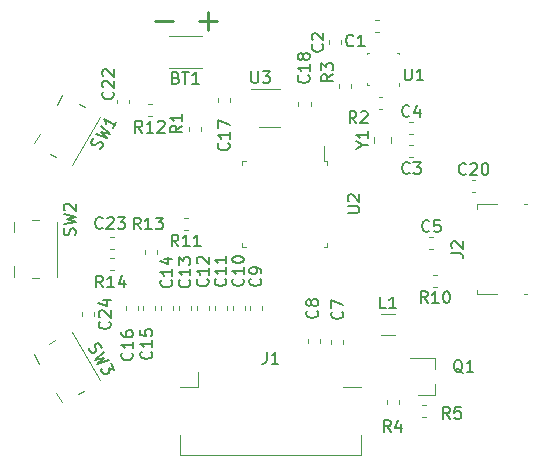
<source format=gbr>
G04 #@! TF.GenerationSoftware,KiCad,Pcbnew,5.1.4-1.fc30*
G04 #@! TF.CreationDate,2020-04-06T19:00:12+02:00*
G04 #@! TF.ProjectId,venom,76656e6f-6d2e-46b6-9963-61645f706362,rev?*
G04 #@! TF.SameCoordinates,Original*
G04 #@! TF.FileFunction,Legend,Top*
G04 #@! TF.FilePolarity,Positive*
%FSLAX46Y46*%
G04 Gerber Fmt 4.6, Leading zero omitted, Abs format (unit mm)*
G04 Created by KiCad (PCBNEW 5.1.4-1.fc30) date 2020-04-06 19:00:12*
%MOMM*%
%LPD*%
G04 APERTURE LIST*
%ADD10C,0.220000*%
%ADD11C,0.120000*%
%ADD12C,0.100000*%
%ADD13C,0.150000*%
G04 APERTURE END LIST*
D10*
X149728095Y-99482857D02*
X151251904Y-99482857D01*
X153418095Y-99452857D02*
X154941904Y-99452857D01*
X154180000Y-100214761D02*
X154180000Y-98690952D01*
D11*
X153350000Y-130410000D02*
X151860000Y-130410000D01*
X165670000Y-130410000D02*
X167160000Y-130410000D01*
X151860000Y-134470000D02*
X151860000Y-136210000D01*
X151860000Y-136210000D02*
X167160000Y-136210000D01*
X167160000Y-136210000D02*
X167160000Y-134470000D01*
X153350000Y-130410000D02*
X153350000Y-129210000D01*
X139482853Y-127649840D02*
X139945353Y-128450914D01*
X142687147Y-125799840D02*
X145037147Y-129870160D01*
X143723157Y-130744262D02*
X143246843Y-131019262D01*
X141273157Y-126500738D02*
X140796843Y-126775738D01*
X141370353Y-130919086D02*
X141832853Y-131720160D01*
X153692064Y-103400000D02*
X150887936Y-103400000D01*
X153692064Y-100680000D02*
X150887936Y-100680000D01*
X168712779Y-99340000D02*
X168387221Y-99340000D01*
X168712779Y-100360000D02*
X168387221Y-100360000D01*
X164450000Y-101412779D02*
X164450000Y-101087221D01*
X165470000Y-101412779D02*
X165470000Y-101087221D01*
X171257221Y-109930000D02*
X171582779Y-109930000D01*
X171257221Y-110950000D02*
X171582779Y-110950000D01*
X171277221Y-109060000D02*
X171602779Y-109060000D01*
X171277221Y-108040000D02*
X171602779Y-108040000D01*
X172967221Y-118790000D02*
X173292779Y-118790000D01*
X172967221Y-117770000D02*
X173292779Y-117770000D01*
X164630000Y-126762779D02*
X164630000Y-126437221D01*
X165650000Y-126762779D02*
X165650000Y-126437221D01*
X162720000Y-126742779D02*
X162720000Y-126417221D01*
X163740000Y-126742779D02*
X163740000Y-126417221D01*
X158830000Y-123942779D02*
X158830000Y-123617221D01*
X157810000Y-123942779D02*
X157810000Y-123617221D01*
X157320000Y-123942779D02*
X157320000Y-123617221D01*
X156300000Y-123942779D02*
X156300000Y-123617221D01*
X154790000Y-123942779D02*
X154790000Y-123617221D01*
X155810000Y-123942779D02*
X155810000Y-123617221D01*
X153280000Y-123932779D02*
X153280000Y-123607221D01*
X154300000Y-123932779D02*
X154300000Y-123607221D01*
X152790000Y-123932779D02*
X152790000Y-123607221D01*
X151770000Y-123932779D02*
X151770000Y-123607221D01*
X150260000Y-123932779D02*
X150260000Y-123607221D01*
X151280000Y-123932779D02*
X151280000Y-123607221D01*
X149770000Y-123932779D02*
X149770000Y-123607221D01*
X148750000Y-123932779D02*
X148750000Y-123607221D01*
X148260000Y-123932779D02*
X148260000Y-123607221D01*
X147240000Y-123932779D02*
X147240000Y-123607221D01*
X155060000Y-105967221D02*
X155060000Y-106292779D01*
X156080000Y-105967221D02*
X156080000Y-106292779D01*
X161880000Y-106612779D02*
X161880000Y-106287221D01*
X162900000Y-106612779D02*
X162900000Y-106287221D01*
X173460000Y-131120000D02*
X173460000Y-130190000D01*
X173460000Y-127960000D02*
X173460000Y-128890000D01*
X173460000Y-127960000D02*
X171300000Y-127960000D01*
X173460000Y-131120000D02*
X172000000Y-131120000D01*
X153590000Y-108439721D02*
X153590000Y-108765279D01*
X152570000Y-108439721D02*
X152570000Y-108765279D01*
X168992779Y-105860000D02*
X168667221Y-105860000D01*
X168992779Y-106880000D02*
X168667221Y-106880000D01*
X165280000Y-105102779D02*
X165280000Y-104777221D01*
X166300000Y-105102779D02*
X166300000Y-104777221D01*
X170360000Y-131537221D02*
X170360000Y-131862779D01*
X169340000Y-131537221D02*
X169340000Y-131862779D01*
X172317221Y-133010000D02*
X172642779Y-133010000D01*
X172317221Y-131990000D02*
X172642779Y-131990000D01*
X141872853Y-105739840D02*
X141410353Y-106540914D01*
X145077147Y-107589840D02*
X142727147Y-111660160D01*
X141313157Y-110959262D02*
X140836843Y-110684262D01*
X143763157Y-106715738D02*
X143286843Y-106440738D01*
X139985353Y-109009086D02*
X139522853Y-109810160D01*
X137760000Y-120205000D02*
X137760000Y-121130000D01*
X139885000Y-116330000D02*
X139335000Y-116330000D01*
X139885000Y-121230000D02*
X139335000Y-121230000D01*
X141460000Y-116430000D02*
X141460000Y-121130000D01*
X137760000Y-116430000D02*
X137760000Y-117355000D01*
D12*
X170370000Y-102120000D02*
X170220000Y-102120000D01*
X170370000Y-102130000D02*
X170370000Y-102280000D01*
X167670000Y-102130000D02*
X167670000Y-102280000D01*
X167670000Y-102130000D02*
X167820000Y-102130000D01*
X167820000Y-104830000D02*
X167670000Y-104830000D01*
X167670000Y-104830000D02*
X167670000Y-104680000D01*
X170370000Y-104680000D02*
X170370000Y-104930000D01*
D11*
X158510000Y-108390000D02*
X160310000Y-108390000D01*
X160310000Y-105170000D02*
X157860000Y-105170000D01*
X168270000Y-109758578D02*
X168270000Y-109241422D01*
X169690000Y-109758578D02*
X169690000Y-109241422D01*
X176960000Y-114970000D02*
X176960000Y-115350000D01*
X181010000Y-114970000D02*
X181270000Y-114970000D01*
X176960000Y-114970000D02*
X178730000Y-114970000D01*
X176960000Y-122590000D02*
X176960000Y-122210000D01*
X178730000Y-122590000D02*
X176960000Y-122590000D01*
X181270000Y-122590000D02*
X181010000Y-122590000D01*
X173612779Y-120940000D02*
X173287221Y-120940000D01*
X173612779Y-121960000D02*
X173287221Y-121960000D01*
X152512779Y-117160000D02*
X152187221Y-117160000D01*
X152512779Y-116140000D02*
X152187221Y-116140000D01*
X157100000Y-118250000D02*
X157100000Y-118550000D01*
X157100000Y-118550000D02*
X157400000Y-118550000D01*
X157100000Y-111630000D02*
X157100000Y-111330000D01*
X157100000Y-111330000D02*
X157400000Y-111330000D01*
X164320000Y-118250000D02*
X164320000Y-118550000D01*
X164320000Y-118550000D02*
X164020000Y-118550000D01*
X164320000Y-111630000D02*
X164320000Y-111330000D01*
X164320000Y-111330000D02*
X164020000Y-111330000D01*
X164020000Y-111330000D02*
X164020000Y-110015000D01*
X176537221Y-113960000D02*
X176862779Y-113960000D01*
X176537221Y-112940000D02*
X176862779Y-112940000D01*
X146500000Y-106432779D02*
X146500000Y-106107221D01*
X147520000Y-106432779D02*
X147520000Y-106107221D01*
X146252779Y-117710000D02*
X145927221Y-117710000D01*
X146252779Y-118730000D02*
X145927221Y-118730000D01*
X144600000Y-124107221D02*
X144600000Y-124432779D01*
X143580000Y-124107221D02*
X143580000Y-124432779D01*
X149442779Y-107530000D02*
X149117221Y-107530000D01*
X149442779Y-106510000D02*
X149117221Y-106510000D01*
X149930000Y-119162779D02*
X149930000Y-118837221D01*
X148910000Y-119162779D02*
X148910000Y-118837221D01*
X146252779Y-120540000D02*
X145927221Y-120540000D01*
X146252779Y-119520000D02*
X145927221Y-119520000D01*
X168847936Y-124240000D02*
X170052064Y-124240000D01*
X168847936Y-126060000D02*
X170052064Y-126060000D01*
D13*
X159176666Y-127462380D02*
X159176666Y-128176666D01*
X159129047Y-128319523D01*
X159033809Y-128414761D01*
X158890952Y-128462380D01*
X158795714Y-128462380D01*
X160176666Y-128462380D02*
X159605238Y-128462380D01*
X159890952Y-128462380D02*
X159890952Y-127462380D01*
X159795714Y-127605238D01*
X159700476Y-127700476D01*
X159605238Y-127748095D01*
X144142799Y-127127680D02*
X144172988Y-127275207D01*
X144292036Y-127481404D01*
X144380894Y-127540073D01*
X144445943Y-127557503D01*
X144552231Y-127551123D01*
X144634710Y-127503504D01*
X144693379Y-127414646D01*
X144710808Y-127349597D01*
X144704429Y-127243309D01*
X144650430Y-127054542D01*
X144644050Y-126948254D01*
X144661480Y-126883205D01*
X144720149Y-126794347D01*
X144802628Y-126746728D01*
X144908916Y-126740348D01*
X144973965Y-126757778D01*
X145062823Y-126816447D01*
X145181871Y-127022643D01*
X145212060Y-127170171D01*
X145419966Y-127435036D02*
X144672988Y-128141233D01*
X145386816Y-127949047D01*
X144863464Y-128471147D01*
X145848537Y-128177344D01*
X145991394Y-128424780D02*
X146300918Y-128960891D01*
X145804337Y-128862692D01*
X145875766Y-128986409D01*
X145882145Y-129092698D01*
X145864716Y-129157746D01*
X145806047Y-129246605D01*
X145599850Y-129365652D01*
X145493562Y-129372032D01*
X145428513Y-129354602D01*
X145339655Y-129295933D01*
X145196798Y-129048497D01*
X145190418Y-128942209D01*
X145207848Y-128877161D01*
X151504285Y-104248571D02*
X151647142Y-104296190D01*
X151694761Y-104343809D01*
X151742380Y-104439047D01*
X151742380Y-104581904D01*
X151694761Y-104677142D01*
X151647142Y-104724761D01*
X151551904Y-104772380D01*
X151170952Y-104772380D01*
X151170952Y-103772380D01*
X151504285Y-103772380D01*
X151599523Y-103820000D01*
X151647142Y-103867619D01*
X151694761Y-103962857D01*
X151694761Y-104058095D01*
X151647142Y-104153333D01*
X151599523Y-104200952D01*
X151504285Y-104248571D01*
X151170952Y-104248571D01*
X152028095Y-103772380D02*
X152599523Y-103772380D01*
X152313809Y-104772380D02*
X152313809Y-103772380D01*
X153456666Y-104772380D02*
X152885238Y-104772380D01*
X153170952Y-104772380D02*
X153170952Y-103772380D01*
X153075714Y-103915238D01*
X152980476Y-104010476D01*
X152885238Y-104058095D01*
X166533333Y-101507142D02*
X166485714Y-101554761D01*
X166342857Y-101602380D01*
X166247619Y-101602380D01*
X166104761Y-101554761D01*
X166009523Y-101459523D01*
X165961904Y-101364285D01*
X165914285Y-101173809D01*
X165914285Y-101030952D01*
X165961904Y-100840476D01*
X166009523Y-100745238D01*
X166104761Y-100650000D01*
X166247619Y-100602380D01*
X166342857Y-100602380D01*
X166485714Y-100650000D01*
X166533333Y-100697619D01*
X167485714Y-101602380D02*
X166914285Y-101602380D01*
X167200000Y-101602380D02*
X167200000Y-100602380D01*
X167104761Y-100745238D01*
X167009523Y-100840476D01*
X166914285Y-100888095D01*
X163887142Y-101416666D02*
X163934761Y-101464285D01*
X163982380Y-101607142D01*
X163982380Y-101702380D01*
X163934761Y-101845238D01*
X163839523Y-101940476D01*
X163744285Y-101988095D01*
X163553809Y-102035714D01*
X163410952Y-102035714D01*
X163220476Y-101988095D01*
X163125238Y-101940476D01*
X163030000Y-101845238D01*
X162982380Y-101702380D01*
X162982380Y-101607142D01*
X163030000Y-101464285D01*
X163077619Y-101416666D01*
X163077619Y-101035714D02*
X163030000Y-100988095D01*
X162982380Y-100892857D01*
X162982380Y-100654761D01*
X163030000Y-100559523D01*
X163077619Y-100511904D01*
X163172857Y-100464285D01*
X163268095Y-100464285D01*
X163410952Y-100511904D01*
X163982380Y-101083333D01*
X163982380Y-100464285D01*
X171283333Y-112307142D02*
X171235714Y-112354761D01*
X171092857Y-112402380D01*
X170997619Y-112402380D01*
X170854761Y-112354761D01*
X170759523Y-112259523D01*
X170711904Y-112164285D01*
X170664285Y-111973809D01*
X170664285Y-111830952D01*
X170711904Y-111640476D01*
X170759523Y-111545238D01*
X170854761Y-111450000D01*
X170997619Y-111402380D01*
X171092857Y-111402380D01*
X171235714Y-111450000D01*
X171283333Y-111497619D01*
X171616666Y-111402380D02*
X172235714Y-111402380D01*
X171902380Y-111783333D01*
X172045238Y-111783333D01*
X172140476Y-111830952D01*
X172188095Y-111878571D01*
X172235714Y-111973809D01*
X172235714Y-112211904D01*
X172188095Y-112307142D01*
X172140476Y-112354761D01*
X172045238Y-112402380D01*
X171759523Y-112402380D01*
X171664285Y-112354761D01*
X171616666Y-112307142D01*
X171273333Y-107477142D02*
X171225714Y-107524761D01*
X171082857Y-107572380D01*
X170987619Y-107572380D01*
X170844761Y-107524761D01*
X170749523Y-107429523D01*
X170701904Y-107334285D01*
X170654285Y-107143809D01*
X170654285Y-107000952D01*
X170701904Y-106810476D01*
X170749523Y-106715238D01*
X170844761Y-106620000D01*
X170987619Y-106572380D01*
X171082857Y-106572380D01*
X171225714Y-106620000D01*
X171273333Y-106667619D01*
X172130476Y-106905714D02*
X172130476Y-107572380D01*
X171892380Y-106524761D02*
X171654285Y-107239047D01*
X172273333Y-107239047D01*
X172963333Y-117207142D02*
X172915714Y-117254761D01*
X172772857Y-117302380D01*
X172677619Y-117302380D01*
X172534761Y-117254761D01*
X172439523Y-117159523D01*
X172391904Y-117064285D01*
X172344285Y-116873809D01*
X172344285Y-116730952D01*
X172391904Y-116540476D01*
X172439523Y-116445238D01*
X172534761Y-116350000D01*
X172677619Y-116302380D01*
X172772857Y-116302380D01*
X172915714Y-116350000D01*
X172963333Y-116397619D01*
X173868095Y-116302380D02*
X173391904Y-116302380D01*
X173344285Y-116778571D01*
X173391904Y-116730952D01*
X173487142Y-116683333D01*
X173725238Y-116683333D01*
X173820476Y-116730952D01*
X173868095Y-116778571D01*
X173915714Y-116873809D01*
X173915714Y-117111904D01*
X173868095Y-117207142D01*
X173820476Y-117254761D01*
X173725238Y-117302380D01*
X173487142Y-117302380D01*
X173391904Y-117254761D01*
X173344285Y-117207142D01*
X165567142Y-124066666D02*
X165614761Y-124114285D01*
X165662380Y-124257142D01*
X165662380Y-124352380D01*
X165614761Y-124495238D01*
X165519523Y-124590476D01*
X165424285Y-124638095D01*
X165233809Y-124685714D01*
X165090952Y-124685714D01*
X164900476Y-124638095D01*
X164805238Y-124590476D01*
X164710000Y-124495238D01*
X164662380Y-124352380D01*
X164662380Y-124257142D01*
X164710000Y-124114285D01*
X164757619Y-124066666D01*
X164662380Y-123733333D02*
X164662380Y-123066666D01*
X165662380Y-123495238D01*
X163447142Y-123966666D02*
X163494761Y-124014285D01*
X163542380Y-124157142D01*
X163542380Y-124252380D01*
X163494761Y-124395238D01*
X163399523Y-124490476D01*
X163304285Y-124538095D01*
X163113809Y-124585714D01*
X162970952Y-124585714D01*
X162780476Y-124538095D01*
X162685238Y-124490476D01*
X162590000Y-124395238D01*
X162542380Y-124252380D01*
X162542380Y-124157142D01*
X162590000Y-124014285D01*
X162637619Y-123966666D01*
X162970952Y-123395238D02*
X162923333Y-123490476D01*
X162875714Y-123538095D01*
X162780476Y-123585714D01*
X162732857Y-123585714D01*
X162637619Y-123538095D01*
X162590000Y-123490476D01*
X162542380Y-123395238D01*
X162542380Y-123204761D01*
X162590000Y-123109523D01*
X162637619Y-123061904D01*
X162732857Y-123014285D01*
X162780476Y-123014285D01*
X162875714Y-123061904D01*
X162923333Y-123109523D01*
X162970952Y-123204761D01*
X162970952Y-123395238D01*
X163018571Y-123490476D01*
X163066190Y-123538095D01*
X163161428Y-123585714D01*
X163351904Y-123585714D01*
X163447142Y-123538095D01*
X163494761Y-123490476D01*
X163542380Y-123395238D01*
X163542380Y-123204761D01*
X163494761Y-123109523D01*
X163447142Y-123061904D01*
X163351904Y-123014285D01*
X163161428Y-123014285D01*
X163066190Y-123061904D01*
X163018571Y-123109523D01*
X162970952Y-123204761D01*
X158637142Y-121256666D02*
X158684761Y-121304285D01*
X158732380Y-121447142D01*
X158732380Y-121542380D01*
X158684761Y-121685238D01*
X158589523Y-121780476D01*
X158494285Y-121828095D01*
X158303809Y-121875714D01*
X158160952Y-121875714D01*
X157970476Y-121828095D01*
X157875238Y-121780476D01*
X157780000Y-121685238D01*
X157732380Y-121542380D01*
X157732380Y-121447142D01*
X157780000Y-121304285D01*
X157827619Y-121256666D01*
X158732380Y-120780476D02*
X158732380Y-120590000D01*
X158684761Y-120494761D01*
X158637142Y-120447142D01*
X158494285Y-120351904D01*
X158303809Y-120304285D01*
X157922857Y-120304285D01*
X157827619Y-120351904D01*
X157780000Y-120399523D01*
X157732380Y-120494761D01*
X157732380Y-120685238D01*
X157780000Y-120780476D01*
X157827619Y-120828095D01*
X157922857Y-120875714D01*
X158160952Y-120875714D01*
X158256190Y-120828095D01*
X158303809Y-120780476D01*
X158351428Y-120685238D01*
X158351428Y-120494761D01*
X158303809Y-120399523D01*
X158256190Y-120351904D01*
X158160952Y-120304285D01*
X157167142Y-121272857D02*
X157214761Y-121320476D01*
X157262380Y-121463333D01*
X157262380Y-121558571D01*
X157214761Y-121701428D01*
X157119523Y-121796666D01*
X157024285Y-121844285D01*
X156833809Y-121891904D01*
X156690952Y-121891904D01*
X156500476Y-121844285D01*
X156405238Y-121796666D01*
X156310000Y-121701428D01*
X156262380Y-121558571D01*
X156262380Y-121463333D01*
X156310000Y-121320476D01*
X156357619Y-121272857D01*
X157262380Y-120320476D02*
X157262380Y-120891904D01*
X157262380Y-120606190D02*
X156262380Y-120606190D01*
X156405238Y-120701428D01*
X156500476Y-120796666D01*
X156548095Y-120891904D01*
X156262380Y-119701428D02*
X156262380Y-119606190D01*
X156310000Y-119510952D01*
X156357619Y-119463333D01*
X156452857Y-119415714D01*
X156643333Y-119368095D01*
X156881428Y-119368095D01*
X157071904Y-119415714D01*
X157167142Y-119463333D01*
X157214761Y-119510952D01*
X157262380Y-119606190D01*
X157262380Y-119701428D01*
X157214761Y-119796666D01*
X157167142Y-119844285D01*
X157071904Y-119891904D01*
X156881428Y-119939523D01*
X156643333Y-119939523D01*
X156452857Y-119891904D01*
X156357619Y-119844285D01*
X156310000Y-119796666D01*
X156262380Y-119701428D01*
X155677142Y-121272857D02*
X155724761Y-121320476D01*
X155772380Y-121463333D01*
X155772380Y-121558571D01*
X155724761Y-121701428D01*
X155629523Y-121796666D01*
X155534285Y-121844285D01*
X155343809Y-121891904D01*
X155200952Y-121891904D01*
X155010476Y-121844285D01*
X154915238Y-121796666D01*
X154820000Y-121701428D01*
X154772380Y-121558571D01*
X154772380Y-121463333D01*
X154820000Y-121320476D01*
X154867619Y-121272857D01*
X155772380Y-120320476D02*
X155772380Y-120891904D01*
X155772380Y-120606190D02*
X154772380Y-120606190D01*
X154915238Y-120701428D01*
X155010476Y-120796666D01*
X155058095Y-120891904D01*
X155772380Y-119368095D02*
X155772380Y-119939523D01*
X155772380Y-119653809D02*
X154772380Y-119653809D01*
X154915238Y-119749047D01*
X155010476Y-119844285D01*
X155058095Y-119939523D01*
X154167142Y-121302857D02*
X154214761Y-121350476D01*
X154262380Y-121493333D01*
X154262380Y-121588571D01*
X154214761Y-121731428D01*
X154119523Y-121826666D01*
X154024285Y-121874285D01*
X153833809Y-121921904D01*
X153690952Y-121921904D01*
X153500476Y-121874285D01*
X153405238Y-121826666D01*
X153310000Y-121731428D01*
X153262380Y-121588571D01*
X153262380Y-121493333D01*
X153310000Y-121350476D01*
X153357619Y-121302857D01*
X154262380Y-120350476D02*
X154262380Y-120921904D01*
X154262380Y-120636190D02*
X153262380Y-120636190D01*
X153405238Y-120731428D01*
X153500476Y-120826666D01*
X153548095Y-120921904D01*
X153357619Y-119969523D02*
X153310000Y-119921904D01*
X153262380Y-119826666D01*
X153262380Y-119588571D01*
X153310000Y-119493333D01*
X153357619Y-119445714D01*
X153452857Y-119398095D01*
X153548095Y-119398095D01*
X153690952Y-119445714D01*
X154262380Y-120017142D01*
X154262380Y-119398095D01*
X152637142Y-121372857D02*
X152684761Y-121420476D01*
X152732380Y-121563333D01*
X152732380Y-121658571D01*
X152684761Y-121801428D01*
X152589523Y-121896666D01*
X152494285Y-121944285D01*
X152303809Y-121991904D01*
X152160952Y-121991904D01*
X151970476Y-121944285D01*
X151875238Y-121896666D01*
X151780000Y-121801428D01*
X151732380Y-121658571D01*
X151732380Y-121563333D01*
X151780000Y-121420476D01*
X151827619Y-121372857D01*
X152732380Y-120420476D02*
X152732380Y-120991904D01*
X152732380Y-120706190D02*
X151732380Y-120706190D01*
X151875238Y-120801428D01*
X151970476Y-120896666D01*
X152018095Y-120991904D01*
X151732380Y-120087142D02*
X151732380Y-119468095D01*
X152113333Y-119801428D01*
X152113333Y-119658571D01*
X152160952Y-119563333D01*
X152208571Y-119515714D01*
X152303809Y-119468095D01*
X152541904Y-119468095D01*
X152637142Y-119515714D01*
X152684761Y-119563333D01*
X152732380Y-119658571D01*
X152732380Y-119944285D01*
X152684761Y-120039523D01*
X152637142Y-120087142D01*
X151097142Y-121382857D02*
X151144761Y-121430476D01*
X151192380Y-121573333D01*
X151192380Y-121668571D01*
X151144761Y-121811428D01*
X151049523Y-121906666D01*
X150954285Y-121954285D01*
X150763809Y-122001904D01*
X150620952Y-122001904D01*
X150430476Y-121954285D01*
X150335238Y-121906666D01*
X150240000Y-121811428D01*
X150192380Y-121668571D01*
X150192380Y-121573333D01*
X150240000Y-121430476D01*
X150287619Y-121382857D01*
X151192380Y-120430476D02*
X151192380Y-121001904D01*
X151192380Y-120716190D02*
X150192380Y-120716190D01*
X150335238Y-120811428D01*
X150430476Y-120906666D01*
X150478095Y-121001904D01*
X150525714Y-119573333D02*
X151192380Y-119573333D01*
X150144761Y-119811428D02*
X150859047Y-120049523D01*
X150859047Y-119430476D01*
X149407142Y-127452857D02*
X149454761Y-127500476D01*
X149502380Y-127643333D01*
X149502380Y-127738571D01*
X149454761Y-127881428D01*
X149359523Y-127976666D01*
X149264285Y-128024285D01*
X149073809Y-128071904D01*
X148930952Y-128071904D01*
X148740476Y-128024285D01*
X148645238Y-127976666D01*
X148550000Y-127881428D01*
X148502380Y-127738571D01*
X148502380Y-127643333D01*
X148550000Y-127500476D01*
X148597619Y-127452857D01*
X149502380Y-126500476D02*
X149502380Y-127071904D01*
X149502380Y-126786190D02*
X148502380Y-126786190D01*
X148645238Y-126881428D01*
X148740476Y-126976666D01*
X148788095Y-127071904D01*
X148502380Y-125595714D02*
X148502380Y-126071904D01*
X148978571Y-126119523D01*
X148930952Y-126071904D01*
X148883333Y-125976666D01*
X148883333Y-125738571D01*
X148930952Y-125643333D01*
X148978571Y-125595714D01*
X149073809Y-125548095D01*
X149311904Y-125548095D01*
X149407142Y-125595714D01*
X149454761Y-125643333D01*
X149502380Y-125738571D01*
X149502380Y-125976666D01*
X149454761Y-126071904D01*
X149407142Y-126119523D01*
X147777142Y-127552857D02*
X147824761Y-127600476D01*
X147872380Y-127743333D01*
X147872380Y-127838571D01*
X147824761Y-127981428D01*
X147729523Y-128076666D01*
X147634285Y-128124285D01*
X147443809Y-128171904D01*
X147300952Y-128171904D01*
X147110476Y-128124285D01*
X147015238Y-128076666D01*
X146920000Y-127981428D01*
X146872380Y-127838571D01*
X146872380Y-127743333D01*
X146920000Y-127600476D01*
X146967619Y-127552857D01*
X147872380Y-126600476D02*
X147872380Y-127171904D01*
X147872380Y-126886190D02*
X146872380Y-126886190D01*
X147015238Y-126981428D01*
X147110476Y-127076666D01*
X147158095Y-127171904D01*
X146872380Y-125743333D02*
X146872380Y-125933809D01*
X146920000Y-126029047D01*
X146967619Y-126076666D01*
X147110476Y-126171904D01*
X147300952Y-126219523D01*
X147681904Y-126219523D01*
X147777142Y-126171904D01*
X147824761Y-126124285D01*
X147872380Y-126029047D01*
X147872380Y-125838571D01*
X147824761Y-125743333D01*
X147777142Y-125695714D01*
X147681904Y-125648095D01*
X147443809Y-125648095D01*
X147348571Y-125695714D01*
X147300952Y-125743333D01*
X147253333Y-125838571D01*
X147253333Y-126029047D01*
X147300952Y-126124285D01*
X147348571Y-126171904D01*
X147443809Y-126219523D01*
X155947142Y-109792857D02*
X155994761Y-109840476D01*
X156042380Y-109983333D01*
X156042380Y-110078571D01*
X155994761Y-110221428D01*
X155899523Y-110316666D01*
X155804285Y-110364285D01*
X155613809Y-110411904D01*
X155470952Y-110411904D01*
X155280476Y-110364285D01*
X155185238Y-110316666D01*
X155090000Y-110221428D01*
X155042380Y-110078571D01*
X155042380Y-109983333D01*
X155090000Y-109840476D01*
X155137619Y-109792857D01*
X156042380Y-108840476D02*
X156042380Y-109411904D01*
X156042380Y-109126190D02*
X155042380Y-109126190D01*
X155185238Y-109221428D01*
X155280476Y-109316666D01*
X155328095Y-109411904D01*
X155042380Y-108507142D02*
X155042380Y-107840476D01*
X156042380Y-108269047D01*
X162727142Y-104062857D02*
X162774761Y-104110476D01*
X162822380Y-104253333D01*
X162822380Y-104348571D01*
X162774761Y-104491428D01*
X162679523Y-104586666D01*
X162584285Y-104634285D01*
X162393809Y-104681904D01*
X162250952Y-104681904D01*
X162060476Y-104634285D01*
X161965238Y-104586666D01*
X161870000Y-104491428D01*
X161822380Y-104348571D01*
X161822380Y-104253333D01*
X161870000Y-104110476D01*
X161917619Y-104062857D01*
X162822380Y-103110476D02*
X162822380Y-103681904D01*
X162822380Y-103396190D02*
X161822380Y-103396190D01*
X161965238Y-103491428D01*
X162060476Y-103586666D01*
X162108095Y-103681904D01*
X162250952Y-102539047D02*
X162203333Y-102634285D01*
X162155714Y-102681904D01*
X162060476Y-102729523D01*
X162012857Y-102729523D01*
X161917619Y-102681904D01*
X161870000Y-102634285D01*
X161822380Y-102539047D01*
X161822380Y-102348571D01*
X161870000Y-102253333D01*
X161917619Y-102205714D01*
X162012857Y-102158095D01*
X162060476Y-102158095D01*
X162155714Y-102205714D01*
X162203333Y-102253333D01*
X162250952Y-102348571D01*
X162250952Y-102539047D01*
X162298571Y-102634285D01*
X162346190Y-102681904D01*
X162441428Y-102729523D01*
X162631904Y-102729523D01*
X162727142Y-102681904D01*
X162774761Y-102634285D01*
X162822380Y-102539047D01*
X162822380Y-102348571D01*
X162774761Y-102253333D01*
X162727142Y-102205714D01*
X162631904Y-102158095D01*
X162441428Y-102158095D01*
X162346190Y-102205714D01*
X162298571Y-102253333D01*
X162250952Y-102348571D01*
X175774761Y-129237619D02*
X175679523Y-129190000D01*
X175584285Y-129094761D01*
X175441428Y-128951904D01*
X175346190Y-128904285D01*
X175250952Y-128904285D01*
X175298571Y-129142380D02*
X175203333Y-129094761D01*
X175108095Y-128999523D01*
X175060476Y-128809047D01*
X175060476Y-128475714D01*
X175108095Y-128285238D01*
X175203333Y-128190000D01*
X175298571Y-128142380D01*
X175489047Y-128142380D01*
X175584285Y-128190000D01*
X175679523Y-128285238D01*
X175727142Y-128475714D01*
X175727142Y-128809047D01*
X175679523Y-128999523D01*
X175584285Y-129094761D01*
X175489047Y-129142380D01*
X175298571Y-129142380D01*
X176679523Y-129142380D02*
X176108095Y-129142380D01*
X176393809Y-129142380D02*
X176393809Y-128142380D01*
X176298571Y-128285238D01*
X176203333Y-128380476D01*
X176108095Y-128428095D01*
X152022380Y-108306666D02*
X151546190Y-108640000D01*
X152022380Y-108878095D02*
X151022380Y-108878095D01*
X151022380Y-108497142D01*
X151070000Y-108401904D01*
X151117619Y-108354285D01*
X151212857Y-108306666D01*
X151355714Y-108306666D01*
X151450952Y-108354285D01*
X151498571Y-108401904D01*
X151546190Y-108497142D01*
X151546190Y-108878095D01*
X152022380Y-107354285D02*
X152022380Y-107925714D01*
X152022380Y-107640000D02*
X151022380Y-107640000D01*
X151165238Y-107735238D01*
X151260476Y-107830476D01*
X151308095Y-107925714D01*
X166783333Y-108102380D02*
X166450000Y-107626190D01*
X166211904Y-108102380D02*
X166211904Y-107102380D01*
X166592857Y-107102380D01*
X166688095Y-107150000D01*
X166735714Y-107197619D01*
X166783333Y-107292857D01*
X166783333Y-107435714D01*
X166735714Y-107530952D01*
X166688095Y-107578571D01*
X166592857Y-107626190D01*
X166211904Y-107626190D01*
X167164285Y-107197619D02*
X167211904Y-107150000D01*
X167307142Y-107102380D01*
X167545238Y-107102380D01*
X167640476Y-107150000D01*
X167688095Y-107197619D01*
X167735714Y-107292857D01*
X167735714Y-107388095D01*
X167688095Y-107530952D01*
X167116666Y-108102380D01*
X167735714Y-108102380D01*
X164812380Y-103966666D02*
X164336190Y-104300000D01*
X164812380Y-104538095D02*
X163812380Y-104538095D01*
X163812380Y-104157142D01*
X163860000Y-104061904D01*
X163907619Y-104014285D01*
X164002857Y-103966666D01*
X164145714Y-103966666D01*
X164240952Y-104014285D01*
X164288571Y-104061904D01*
X164336190Y-104157142D01*
X164336190Y-104538095D01*
X163812380Y-103633333D02*
X163812380Y-103014285D01*
X164193333Y-103347619D01*
X164193333Y-103204761D01*
X164240952Y-103109523D01*
X164288571Y-103061904D01*
X164383809Y-103014285D01*
X164621904Y-103014285D01*
X164717142Y-103061904D01*
X164764761Y-103109523D01*
X164812380Y-103204761D01*
X164812380Y-103490476D01*
X164764761Y-103585714D01*
X164717142Y-103633333D01*
X169683333Y-134252380D02*
X169350000Y-133776190D01*
X169111904Y-134252380D02*
X169111904Y-133252380D01*
X169492857Y-133252380D01*
X169588095Y-133300000D01*
X169635714Y-133347619D01*
X169683333Y-133442857D01*
X169683333Y-133585714D01*
X169635714Y-133680952D01*
X169588095Y-133728571D01*
X169492857Y-133776190D01*
X169111904Y-133776190D01*
X170540476Y-133585714D02*
X170540476Y-134252380D01*
X170302380Y-133204761D02*
X170064285Y-133919047D01*
X170683333Y-133919047D01*
X174703333Y-133122380D02*
X174370000Y-132646190D01*
X174131904Y-133122380D02*
X174131904Y-132122380D01*
X174512857Y-132122380D01*
X174608095Y-132170000D01*
X174655714Y-132217619D01*
X174703333Y-132312857D01*
X174703333Y-132455714D01*
X174655714Y-132550952D01*
X174608095Y-132598571D01*
X174512857Y-132646190D01*
X174131904Y-132646190D01*
X175608095Y-132122380D02*
X175131904Y-132122380D01*
X175084285Y-132598571D01*
X175131904Y-132550952D01*
X175227142Y-132503333D01*
X175465238Y-132503333D01*
X175560476Y-132550952D01*
X175608095Y-132598571D01*
X175655714Y-132693809D01*
X175655714Y-132931904D01*
X175608095Y-133027142D01*
X175560476Y-133074761D01*
X175465238Y-133122380D01*
X175227142Y-133122380D01*
X175131904Y-133074761D01*
X175084285Y-133027142D01*
X145083867Y-110307081D02*
X145196535Y-110207173D01*
X145315582Y-110000976D01*
X145321962Y-109894688D01*
X145304532Y-109829639D01*
X145245863Y-109740781D01*
X145163385Y-109693162D01*
X145057097Y-109686782D01*
X144992048Y-109704212D01*
X144903189Y-109762881D01*
X144766712Y-109904029D01*
X144677854Y-109962698D01*
X144612805Y-109980127D01*
X144506517Y-109973748D01*
X144424038Y-109926129D01*
X144365369Y-109837270D01*
X144347939Y-109772221D01*
X144354319Y-109665933D01*
X144473367Y-109459737D01*
X144586034Y-109359828D01*
X144711462Y-109047344D02*
X145696535Y-109341147D01*
X145173183Y-108819047D01*
X145887011Y-109011233D01*
X145140033Y-108305036D01*
X146458440Y-108021489D02*
X146172725Y-108516361D01*
X146315582Y-108268925D02*
X145449557Y-107768925D01*
X145525656Y-107922832D01*
X145560515Y-108052930D01*
X145554136Y-108159218D01*
X142954761Y-117583333D02*
X143002380Y-117440476D01*
X143002380Y-117202380D01*
X142954761Y-117107142D01*
X142907142Y-117059523D01*
X142811904Y-117011904D01*
X142716666Y-117011904D01*
X142621428Y-117059523D01*
X142573809Y-117107142D01*
X142526190Y-117202380D01*
X142478571Y-117392857D01*
X142430952Y-117488095D01*
X142383333Y-117535714D01*
X142288095Y-117583333D01*
X142192857Y-117583333D01*
X142097619Y-117535714D01*
X142050000Y-117488095D01*
X142002380Y-117392857D01*
X142002380Y-117154761D01*
X142050000Y-117011904D01*
X142002380Y-116678571D02*
X143002380Y-116440476D01*
X142288095Y-116250000D01*
X143002380Y-116059523D01*
X142002380Y-115821428D01*
X142097619Y-115488095D02*
X142050000Y-115440476D01*
X142002380Y-115345238D01*
X142002380Y-115107142D01*
X142050000Y-115011904D01*
X142097619Y-114964285D01*
X142192857Y-114916666D01*
X142288095Y-114916666D01*
X142430952Y-114964285D01*
X143002380Y-115535714D01*
X143002380Y-114916666D01*
X170888095Y-103482380D02*
X170888095Y-104291904D01*
X170935714Y-104387142D01*
X170983333Y-104434761D01*
X171078571Y-104482380D01*
X171269047Y-104482380D01*
X171364285Y-104434761D01*
X171411904Y-104387142D01*
X171459523Y-104291904D01*
X171459523Y-103482380D01*
X172459523Y-104482380D02*
X171888095Y-104482380D01*
X172173809Y-104482380D02*
X172173809Y-103482380D01*
X172078571Y-103625238D01*
X171983333Y-103720476D01*
X171888095Y-103768095D01*
X157888095Y-103702380D02*
X157888095Y-104511904D01*
X157935714Y-104607142D01*
X157983333Y-104654761D01*
X158078571Y-104702380D01*
X158269047Y-104702380D01*
X158364285Y-104654761D01*
X158411904Y-104607142D01*
X158459523Y-104511904D01*
X158459523Y-103702380D01*
X158840476Y-103702380D02*
X159459523Y-103702380D01*
X159126190Y-104083333D01*
X159269047Y-104083333D01*
X159364285Y-104130952D01*
X159411904Y-104178571D01*
X159459523Y-104273809D01*
X159459523Y-104511904D01*
X159411904Y-104607142D01*
X159364285Y-104654761D01*
X159269047Y-104702380D01*
X158983333Y-104702380D01*
X158888095Y-104654761D01*
X158840476Y-104607142D01*
X167306190Y-109976190D02*
X167782380Y-109976190D01*
X166782380Y-110309523D02*
X167306190Y-109976190D01*
X166782380Y-109642857D01*
X167782380Y-108785714D02*
X167782380Y-109357142D01*
X167782380Y-109071428D02*
X166782380Y-109071428D01*
X166925238Y-109166666D01*
X167020476Y-109261904D01*
X167068095Y-109357142D01*
X174822380Y-119113333D02*
X175536666Y-119113333D01*
X175679523Y-119160952D01*
X175774761Y-119256190D01*
X175822380Y-119399047D01*
X175822380Y-119494285D01*
X174917619Y-118684761D02*
X174870000Y-118637142D01*
X174822380Y-118541904D01*
X174822380Y-118303809D01*
X174870000Y-118208571D01*
X174917619Y-118160952D01*
X175012857Y-118113333D01*
X175108095Y-118113333D01*
X175250952Y-118160952D01*
X175822380Y-118732380D01*
X175822380Y-118113333D01*
X172807142Y-123332380D02*
X172473809Y-122856190D01*
X172235714Y-123332380D02*
X172235714Y-122332380D01*
X172616666Y-122332380D01*
X172711904Y-122380000D01*
X172759523Y-122427619D01*
X172807142Y-122522857D01*
X172807142Y-122665714D01*
X172759523Y-122760952D01*
X172711904Y-122808571D01*
X172616666Y-122856190D01*
X172235714Y-122856190D01*
X173759523Y-123332380D02*
X173188095Y-123332380D01*
X173473809Y-123332380D02*
X173473809Y-122332380D01*
X173378571Y-122475238D01*
X173283333Y-122570476D01*
X173188095Y-122618095D01*
X174378571Y-122332380D02*
X174473809Y-122332380D01*
X174569047Y-122380000D01*
X174616666Y-122427619D01*
X174664285Y-122522857D01*
X174711904Y-122713333D01*
X174711904Y-122951428D01*
X174664285Y-123141904D01*
X174616666Y-123237142D01*
X174569047Y-123284761D01*
X174473809Y-123332380D01*
X174378571Y-123332380D01*
X174283333Y-123284761D01*
X174235714Y-123237142D01*
X174188095Y-123141904D01*
X174140476Y-122951428D01*
X174140476Y-122713333D01*
X174188095Y-122522857D01*
X174235714Y-122427619D01*
X174283333Y-122380000D01*
X174378571Y-122332380D01*
X151707142Y-118532380D02*
X151373809Y-118056190D01*
X151135714Y-118532380D02*
X151135714Y-117532380D01*
X151516666Y-117532380D01*
X151611904Y-117580000D01*
X151659523Y-117627619D01*
X151707142Y-117722857D01*
X151707142Y-117865714D01*
X151659523Y-117960952D01*
X151611904Y-118008571D01*
X151516666Y-118056190D01*
X151135714Y-118056190D01*
X152659523Y-118532380D02*
X152088095Y-118532380D01*
X152373809Y-118532380D02*
X152373809Y-117532380D01*
X152278571Y-117675238D01*
X152183333Y-117770476D01*
X152088095Y-117818095D01*
X153611904Y-118532380D02*
X153040476Y-118532380D01*
X153326190Y-118532380D02*
X153326190Y-117532380D01*
X153230952Y-117675238D01*
X153135714Y-117770476D01*
X153040476Y-117818095D01*
X166042380Y-115701904D02*
X166851904Y-115701904D01*
X166947142Y-115654285D01*
X166994761Y-115606666D01*
X167042380Y-115511428D01*
X167042380Y-115320952D01*
X166994761Y-115225714D01*
X166947142Y-115178095D01*
X166851904Y-115130476D01*
X166042380Y-115130476D01*
X166137619Y-114701904D02*
X166090000Y-114654285D01*
X166042380Y-114559047D01*
X166042380Y-114320952D01*
X166090000Y-114225714D01*
X166137619Y-114178095D01*
X166232857Y-114130476D01*
X166328095Y-114130476D01*
X166470952Y-114178095D01*
X167042380Y-114749523D01*
X167042380Y-114130476D01*
X176057142Y-112377142D02*
X176009523Y-112424761D01*
X175866666Y-112472380D01*
X175771428Y-112472380D01*
X175628571Y-112424761D01*
X175533333Y-112329523D01*
X175485714Y-112234285D01*
X175438095Y-112043809D01*
X175438095Y-111900952D01*
X175485714Y-111710476D01*
X175533333Y-111615238D01*
X175628571Y-111520000D01*
X175771428Y-111472380D01*
X175866666Y-111472380D01*
X176009523Y-111520000D01*
X176057142Y-111567619D01*
X176438095Y-111567619D02*
X176485714Y-111520000D01*
X176580952Y-111472380D01*
X176819047Y-111472380D01*
X176914285Y-111520000D01*
X176961904Y-111567619D01*
X177009523Y-111662857D01*
X177009523Y-111758095D01*
X176961904Y-111900952D01*
X176390476Y-112472380D01*
X177009523Y-112472380D01*
X177628571Y-111472380D02*
X177723809Y-111472380D01*
X177819047Y-111520000D01*
X177866666Y-111567619D01*
X177914285Y-111662857D01*
X177961904Y-111853333D01*
X177961904Y-112091428D01*
X177914285Y-112281904D01*
X177866666Y-112377142D01*
X177819047Y-112424761D01*
X177723809Y-112472380D01*
X177628571Y-112472380D01*
X177533333Y-112424761D01*
X177485714Y-112377142D01*
X177438095Y-112281904D01*
X177390476Y-112091428D01*
X177390476Y-111853333D01*
X177438095Y-111662857D01*
X177485714Y-111567619D01*
X177533333Y-111520000D01*
X177628571Y-111472380D01*
X146167142Y-105452857D02*
X146214761Y-105500476D01*
X146262380Y-105643333D01*
X146262380Y-105738571D01*
X146214761Y-105881428D01*
X146119523Y-105976666D01*
X146024285Y-106024285D01*
X145833809Y-106071904D01*
X145690952Y-106071904D01*
X145500476Y-106024285D01*
X145405238Y-105976666D01*
X145310000Y-105881428D01*
X145262380Y-105738571D01*
X145262380Y-105643333D01*
X145310000Y-105500476D01*
X145357619Y-105452857D01*
X145357619Y-105071904D02*
X145310000Y-105024285D01*
X145262380Y-104929047D01*
X145262380Y-104690952D01*
X145310000Y-104595714D01*
X145357619Y-104548095D01*
X145452857Y-104500476D01*
X145548095Y-104500476D01*
X145690952Y-104548095D01*
X146262380Y-105119523D01*
X146262380Y-104500476D01*
X145357619Y-104119523D02*
X145310000Y-104071904D01*
X145262380Y-103976666D01*
X145262380Y-103738571D01*
X145310000Y-103643333D01*
X145357619Y-103595714D01*
X145452857Y-103548095D01*
X145548095Y-103548095D01*
X145690952Y-103595714D01*
X146262380Y-104167142D01*
X146262380Y-103548095D01*
X145287142Y-116957142D02*
X145239523Y-117004761D01*
X145096666Y-117052380D01*
X145001428Y-117052380D01*
X144858571Y-117004761D01*
X144763333Y-116909523D01*
X144715714Y-116814285D01*
X144668095Y-116623809D01*
X144668095Y-116480952D01*
X144715714Y-116290476D01*
X144763333Y-116195238D01*
X144858571Y-116100000D01*
X145001428Y-116052380D01*
X145096666Y-116052380D01*
X145239523Y-116100000D01*
X145287142Y-116147619D01*
X145668095Y-116147619D02*
X145715714Y-116100000D01*
X145810952Y-116052380D01*
X146049047Y-116052380D01*
X146144285Y-116100000D01*
X146191904Y-116147619D01*
X146239523Y-116242857D01*
X146239523Y-116338095D01*
X146191904Y-116480952D01*
X145620476Y-117052380D01*
X146239523Y-117052380D01*
X146572857Y-116052380D02*
X147191904Y-116052380D01*
X146858571Y-116433333D01*
X147001428Y-116433333D01*
X147096666Y-116480952D01*
X147144285Y-116528571D01*
X147191904Y-116623809D01*
X147191904Y-116861904D01*
X147144285Y-116957142D01*
X147096666Y-117004761D01*
X147001428Y-117052380D01*
X146715714Y-117052380D01*
X146620476Y-117004761D01*
X146572857Y-116957142D01*
X145877142Y-124912857D02*
X145924761Y-124960476D01*
X145972380Y-125103333D01*
X145972380Y-125198571D01*
X145924761Y-125341428D01*
X145829523Y-125436666D01*
X145734285Y-125484285D01*
X145543809Y-125531904D01*
X145400952Y-125531904D01*
X145210476Y-125484285D01*
X145115238Y-125436666D01*
X145020000Y-125341428D01*
X144972380Y-125198571D01*
X144972380Y-125103333D01*
X145020000Y-124960476D01*
X145067619Y-124912857D01*
X145067619Y-124531904D02*
X145020000Y-124484285D01*
X144972380Y-124389047D01*
X144972380Y-124150952D01*
X145020000Y-124055714D01*
X145067619Y-124008095D01*
X145162857Y-123960476D01*
X145258095Y-123960476D01*
X145400952Y-124008095D01*
X145972380Y-124579523D01*
X145972380Y-123960476D01*
X145305714Y-123103333D02*
X145972380Y-123103333D01*
X144924761Y-123341428D02*
X145639047Y-123579523D01*
X145639047Y-122960476D01*
X148637142Y-108902380D02*
X148303809Y-108426190D01*
X148065714Y-108902380D02*
X148065714Y-107902380D01*
X148446666Y-107902380D01*
X148541904Y-107950000D01*
X148589523Y-107997619D01*
X148637142Y-108092857D01*
X148637142Y-108235714D01*
X148589523Y-108330952D01*
X148541904Y-108378571D01*
X148446666Y-108426190D01*
X148065714Y-108426190D01*
X149589523Y-108902380D02*
X149018095Y-108902380D01*
X149303809Y-108902380D02*
X149303809Y-107902380D01*
X149208571Y-108045238D01*
X149113333Y-108140476D01*
X149018095Y-108188095D01*
X149970476Y-107997619D02*
X150018095Y-107950000D01*
X150113333Y-107902380D01*
X150351428Y-107902380D01*
X150446666Y-107950000D01*
X150494285Y-107997619D01*
X150541904Y-108092857D01*
X150541904Y-108188095D01*
X150494285Y-108330952D01*
X149922857Y-108902380D01*
X150541904Y-108902380D01*
X148507142Y-117092380D02*
X148173809Y-116616190D01*
X147935714Y-117092380D02*
X147935714Y-116092380D01*
X148316666Y-116092380D01*
X148411904Y-116140000D01*
X148459523Y-116187619D01*
X148507142Y-116282857D01*
X148507142Y-116425714D01*
X148459523Y-116520952D01*
X148411904Y-116568571D01*
X148316666Y-116616190D01*
X147935714Y-116616190D01*
X149459523Y-117092380D02*
X148888095Y-117092380D01*
X149173809Y-117092380D02*
X149173809Y-116092380D01*
X149078571Y-116235238D01*
X148983333Y-116330476D01*
X148888095Y-116378095D01*
X149792857Y-116092380D02*
X150411904Y-116092380D01*
X150078571Y-116473333D01*
X150221428Y-116473333D01*
X150316666Y-116520952D01*
X150364285Y-116568571D01*
X150411904Y-116663809D01*
X150411904Y-116901904D01*
X150364285Y-116997142D01*
X150316666Y-117044761D01*
X150221428Y-117092380D01*
X149935714Y-117092380D01*
X149840476Y-117044761D01*
X149792857Y-116997142D01*
X145327142Y-122012380D02*
X144993809Y-121536190D01*
X144755714Y-122012380D02*
X144755714Y-121012380D01*
X145136666Y-121012380D01*
X145231904Y-121060000D01*
X145279523Y-121107619D01*
X145327142Y-121202857D01*
X145327142Y-121345714D01*
X145279523Y-121440952D01*
X145231904Y-121488571D01*
X145136666Y-121536190D01*
X144755714Y-121536190D01*
X146279523Y-122012380D02*
X145708095Y-122012380D01*
X145993809Y-122012380D02*
X145993809Y-121012380D01*
X145898571Y-121155238D01*
X145803333Y-121250476D01*
X145708095Y-121298095D01*
X147136666Y-121345714D02*
X147136666Y-122012380D01*
X146898571Y-120964761D02*
X146660476Y-121679047D01*
X147279523Y-121679047D01*
X169283333Y-123782380D02*
X168807142Y-123782380D01*
X168807142Y-122782380D01*
X170140476Y-123782380D02*
X169569047Y-123782380D01*
X169854761Y-123782380D02*
X169854761Y-122782380D01*
X169759523Y-122925238D01*
X169664285Y-123020476D01*
X169569047Y-123068095D01*
M02*

</source>
